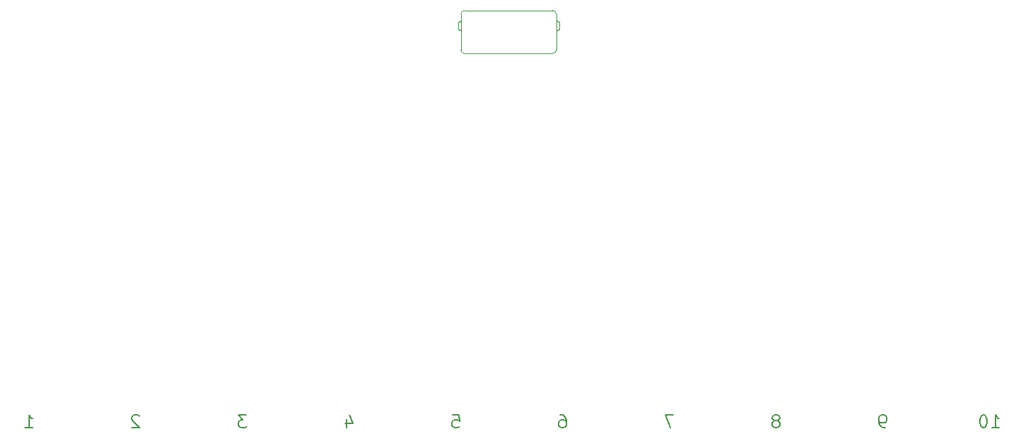
<source format=gbr>
G04 #@! TF.GenerationSoftware,KiCad,Pcbnew,(6.0.0-rc1-dev-305-gf0b8b2136)*
G04 #@! TF.CreationDate,2019-06-24T13:23:36-06:00*
G04 #@! TF.ProjectId,Station04,53746174696F6E30342E6B696361645F,rev?*
G04 #@! TF.SameCoordinates,Original*
G04 #@! TF.FileFunction,Legend,Bot*
G04 #@! TF.FilePolarity,Positive*
%FSLAX46Y46*%
G04 Gerber Fmt 4.6, Leading zero omitted, Abs format (unit mm)*
G04 Created by KiCad (PCBNEW (6.0.0-rc1-dev-305-gf0b8b2136)) date 06/24/19 13:23:36*
%MOMM*%
%LPD*%
G01*
G04 APERTURE LIST*
%ADD10C,0.200000*%
%ADD11C,0.120000*%
G04 APERTURE END LIST*
D10*
X58212857Y-48936171D02*
X58927142Y-48936171D01*
X58998571Y-49650457D01*
X58927142Y-49579028D01*
X58784285Y-49507600D01*
X58427142Y-49507600D01*
X58284285Y-49579028D01*
X58212857Y-49650457D01*
X58141428Y-49793314D01*
X58141428Y-50150457D01*
X58212857Y-50293314D01*
X58284285Y-50364742D01*
X58427142Y-50436171D01*
X58784285Y-50436171D01*
X58927142Y-50364742D01*
X58998571Y-50293314D01*
X122355714Y-50436171D02*
X123212857Y-50436171D01*
X122784285Y-50436171D02*
X122784285Y-48936171D01*
X122927142Y-49150457D01*
X123070000Y-49293314D01*
X123212857Y-49364742D01*
X121427142Y-48936171D02*
X121284285Y-48936171D01*
X121141428Y-49007600D01*
X121070000Y-49079028D01*
X120998571Y-49221885D01*
X120927142Y-49507600D01*
X120927142Y-49864742D01*
X120998571Y-50150457D01*
X121070000Y-50293314D01*
X121141428Y-50364742D01*
X121284285Y-50436171D01*
X121427142Y-50436171D01*
X121570000Y-50364742D01*
X121641428Y-50293314D01*
X121712857Y-50150457D01*
X121784285Y-49864742D01*
X121784285Y-49507600D01*
X121712857Y-49221885D01*
X121641428Y-49079028D01*
X121570000Y-49007600D01*
X121427142Y-48936171D01*
X7341428Y-50436171D02*
X8198571Y-50436171D01*
X7770000Y-50436171D02*
X7770000Y-48936171D01*
X7912857Y-49150457D01*
X8055714Y-49293314D01*
X8198571Y-49364742D01*
X20898571Y-49079028D02*
X20827142Y-49007600D01*
X20684285Y-48936171D01*
X20327142Y-48936171D01*
X20184285Y-49007600D01*
X20112857Y-49079028D01*
X20041428Y-49221885D01*
X20041428Y-49364742D01*
X20112857Y-49579028D01*
X20970000Y-50436171D01*
X20041428Y-50436171D01*
X33670000Y-48936171D02*
X32741428Y-48936171D01*
X33241428Y-49507600D01*
X33027142Y-49507600D01*
X32884285Y-49579028D01*
X32812857Y-49650457D01*
X32741428Y-49793314D01*
X32741428Y-50150457D01*
X32812857Y-50293314D01*
X32884285Y-50364742D01*
X33027142Y-50436171D01*
X33455714Y-50436171D01*
X33598571Y-50364742D01*
X33670000Y-50293314D01*
X96812857Y-49579028D02*
X96955714Y-49507600D01*
X97027142Y-49436171D01*
X97098571Y-49293314D01*
X97098571Y-49221885D01*
X97027142Y-49079028D01*
X96955714Y-49007600D01*
X96812857Y-48936171D01*
X96527142Y-48936171D01*
X96384285Y-49007600D01*
X96312857Y-49079028D01*
X96241428Y-49221885D01*
X96241428Y-49293314D01*
X96312857Y-49436171D01*
X96384285Y-49507600D01*
X96527142Y-49579028D01*
X96812857Y-49579028D01*
X96955714Y-49650457D01*
X97027142Y-49721885D01*
X97098571Y-49864742D01*
X97098571Y-50150457D01*
X97027142Y-50293314D01*
X96955714Y-50364742D01*
X96812857Y-50436171D01*
X96527142Y-50436171D01*
X96384285Y-50364742D01*
X96312857Y-50293314D01*
X96241428Y-50150457D01*
X96241428Y-49864742D01*
X96312857Y-49721885D01*
X96384285Y-49650457D01*
X96527142Y-49579028D01*
X45584285Y-49436171D02*
X45584285Y-50436171D01*
X45941428Y-48864742D02*
X46298571Y-49936171D01*
X45370000Y-49936171D01*
X70984285Y-48936171D02*
X71270000Y-48936171D01*
X71412857Y-49007600D01*
X71484285Y-49079028D01*
X71627142Y-49293314D01*
X71698571Y-49579028D01*
X71698571Y-50150457D01*
X71627142Y-50293314D01*
X71555714Y-50364742D01*
X71412857Y-50436171D01*
X71127142Y-50436171D01*
X70984285Y-50364742D01*
X70912857Y-50293314D01*
X70841428Y-50150457D01*
X70841428Y-49793314D01*
X70912857Y-49650457D01*
X70984285Y-49579028D01*
X71127142Y-49507600D01*
X71412857Y-49507600D01*
X71555714Y-49579028D01*
X71627142Y-49650457D01*
X71698571Y-49793314D01*
X84470000Y-48936171D02*
X83470000Y-48936171D01*
X84112857Y-50436171D01*
X109655714Y-50436171D02*
X109370000Y-50436171D01*
X109227142Y-50364742D01*
X109155714Y-50293314D01*
X109012857Y-50079028D01*
X108941428Y-49793314D01*
X108941428Y-49221885D01*
X109012857Y-49079028D01*
X109084285Y-49007600D01*
X109227142Y-48936171D01*
X109512857Y-48936171D01*
X109655714Y-49007600D01*
X109727142Y-49079028D01*
X109798571Y-49221885D01*
X109798571Y-49579028D01*
X109727142Y-49721885D01*
X109655714Y-49793314D01*
X109512857Y-49864742D01*
X109227142Y-49864742D01*
X109084285Y-49793314D01*
X109012857Y-49721885D01*
X108941428Y-49579028D01*
D11*
G04 #@! TO.C,U1*
X70530000Y-5460000D02*
G75*
G02X70080000Y-5910000I-450000J0D01*
G01*
X59620000Y-5910000D02*
G75*
G02X59170000Y-5460000I0J450000D01*
G01*
X70080000Y-790000D02*
G75*
G02X70530000Y-1240000I0J-450000D01*
G01*
X59170000Y-1240000D02*
G75*
G02X59620000Y-790000I450000J0D01*
G01*
X59620000Y-790000D02*
X70080000Y-790000D01*
X59620000Y-5910000D02*
X70080000Y-5910000D01*
X70530000Y-1240000D02*
X70530000Y-5460000D01*
X59170000Y-5460000D02*
X59170000Y-1240000D01*
X58850000Y-2980000D02*
X58850000Y-2180000D01*
X58850000Y-2180000D02*
X59170000Y-1980000D01*
X70850000Y-2180000D02*
X70530000Y-1980000D01*
X70850000Y-2980000D02*
X70850000Y-2180000D01*
X70850000Y-2980000D02*
X70530000Y-3180000D01*
X58850000Y-2980000D02*
X59170000Y-3180000D01*
G04 #@! TD*
M02*

</source>
